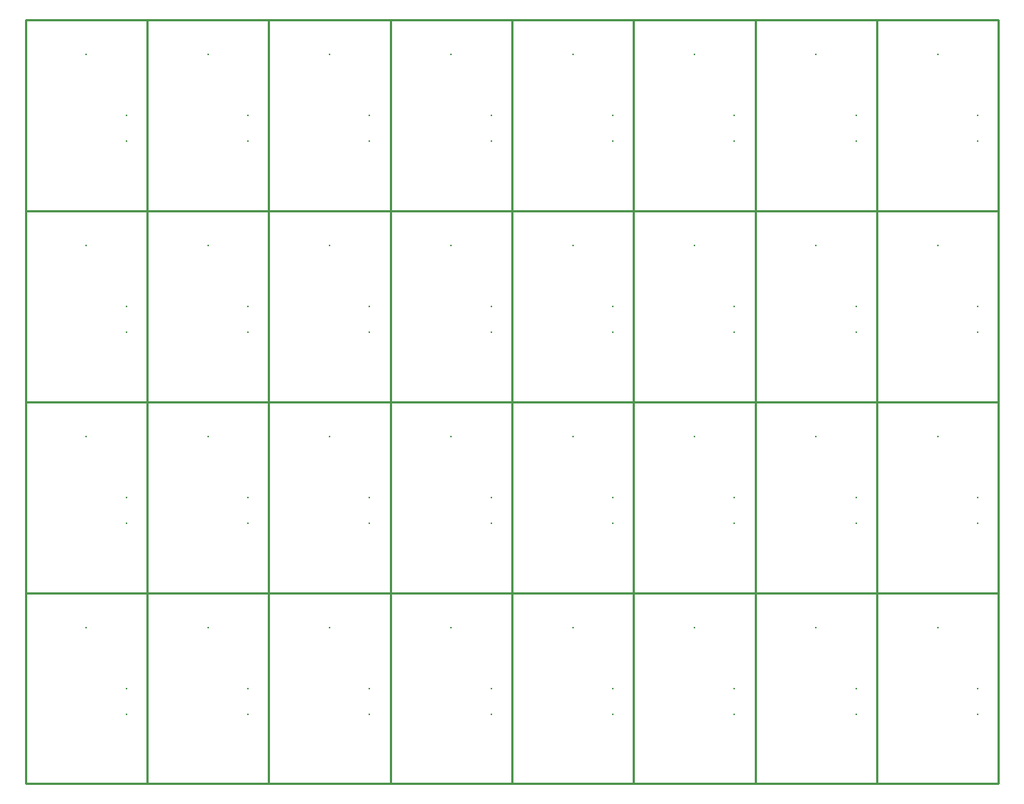
<source format=gbs>
G04*
G04 #@! TF.GenerationSoftware,Altium Limited,Altium Designer,22.2.1 (43)*
G04*
G04 Layer_Color=16711935*
%FSLAX44Y44*%
%MOMM*%
G71*
G04*
G04 #@! TF.SameCoordinates,B7F19F8C-4A71-44AC-9732-6E8CD1541173*
G04*
G04*
G04 #@! TF.FilePolarity,Negative*
G04*
G01*
G75*
%ADD11C,0.2540*%
%ADD45C,0.2032*%
D11*
X-560000Y-220000D02*
X-420000D01*
X-280000D01*
X-140000D01*
X0D01*
X140000D01*
X280000D01*
X420000D01*
X560000D01*
X-560000Y-0D02*
X-420000D01*
X-280000D01*
X-140000D01*
X0D01*
X140000D01*
X280000D01*
X420000D01*
X560000D01*
X-560000Y220000D02*
X-420000D01*
X-280000D01*
X-140000D01*
X0D01*
X140000D01*
X280000D01*
X420000D01*
X560000D01*
X420000Y220000D02*
Y440000D01*
Y0D02*
Y220000D01*
Y-220000D02*
Y0D01*
Y-440000D02*
Y-220000D01*
X280000Y220000D02*
Y440000D01*
Y0D02*
Y220000D01*
Y-220000D02*
Y0D01*
Y-440000D02*
Y-220000D01*
X140000Y220000D02*
Y440000D01*
Y0D02*
Y220000D01*
Y-220000D02*
Y0D01*
Y-440000D02*
Y-220000D01*
X0Y220000D02*
Y440000D01*
Y-0D02*
Y220000D01*
Y-220000D02*
Y-0D01*
Y-440000D02*
Y-220000D01*
X-140000Y220000D02*
Y440000D01*
Y0D02*
Y220000D01*
Y-220000D02*
Y0D01*
Y-440000D02*
Y-220000D01*
X-280000Y220000D02*
Y440000D01*
Y0D02*
Y220000D01*
Y-220000D02*
Y0D01*
Y-440000D02*
Y-220000D01*
X-420000Y220000D02*
Y440000D01*
Y0D02*
Y220000D01*
Y-220000D02*
Y0D01*
Y-440000D02*
Y-220000D01*
X420000Y440000D02*
X560000D01*
Y220000D02*
Y440000D01*
X560000Y0D02*
Y220000D01*
Y-220000D02*
Y0D01*
X420000Y-440000D02*
X560000D01*
Y-220000D01*
X280000Y440000D02*
X420000D01*
X280000Y-440000D02*
X420000D01*
X140000Y440000D02*
X280000D01*
X140000Y-440000D02*
X280000D01*
X0Y440000D02*
X140000D01*
X-0Y-440000D02*
X140000D01*
X-140000Y440000D02*
X0D01*
X-140000Y-440000D02*
X-0D01*
X-280000Y440000D02*
X-140000D01*
X-280000Y-440000D02*
X-140000D01*
X-420000Y440000D02*
X-280000D01*
X-420000Y-440000D02*
X-280000D01*
X-560000D02*
X-420000D01*
X-560000D02*
Y-220000D01*
Y0D01*
Y220000D01*
Y440000D01*
X-420000D01*
D45*
X-444000Y330000D02*
D03*
Y300000D02*
D03*
X-304000D02*
D03*
Y330000D02*
D03*
X-164000D02*
D03*
Y300000D02*
D03*
X-24000D02*
D03*
Y330000D02*
D03*
X256000D02*
D03*
Y300000D02*
D03*
X396000D02*
D03*
Y330000D02*
D03*
X536000D02*
D03*
Y300000D02*
D03*
X-444000Y80000D02*
D03*
Y110000D02*
D03*
X-304000D02*
D03*
Y80000D02*
D03*
X-164000D02*
D03*
Y110000D02*
D03*
X-24000D02*
D03*
Y80000D02*
D03*
X116000D02*
D03*
Y110000D02*
D03*
X256000D02*
D03*
Y80000D02*
D03*
X396000D02*
D03*
Y110000D02*
D03*
X536000D02*
D03*
Y80000D02*
D03*
X-444000Y-140000D02*
D03*
Y-110000D02*
D03*
X-304000D02*
D03*
Y-140000D02*
D03*
X-164000D02*
D03*
Y-110000D02*
D03*
X-24000D02*
D03*
Y-140000D02*
D03*
X116000D02*
D03*
Y-110000D02*
D03*
X256000D02*
D03*
Y-140000D02*
D03*
X396000D02*
D03*
Y-110000D02*
D03*
X536000D02*
D03*
Y-140000D02*
D03*
X-444000Y-360000D02*
D03*
Y-330000D02*
D03*
X-304000D02*
D03*
Y-360000D02*
D03*
X-164000D02*
D03*
Y-330000D02*
D03*
X-24000D02*
D03*
Y-360000D02*
D03*
X116000D02*
D03*
Y-330000D02*
D03*
X256000D02*
D03*
Y-360000D02*
D03*
X396000D02*
D03*
Y-330000D02*
D03*
X536000D02*
D03*
Y-360000D02*
D03*
X116000Y300000D02*
D03*
Y330000D02*
D03*
X70000Y400000D02*
D03*
X-490000Y180000D02*
D03*
X490000Y-260000D02*
D03*
X350000D02*
D03*
X210000D02*
D03*
X70000D02*
D03*
X-70000D02*
D03*
X-210000D02*
D03*
X-350000D02*
D03*
X-490000D02*
D03*
X490000Y400000D02*
D03*
X350000D02*
D03*
X210000D02*
D03*
X-70000D02*
D03*
X-210000D02*
D03*
X-350000D02*
D03*
X-490000D02*
D03*
X490000Y-40000D02*
D03*
X350000D02*
D03*
X210000D02*
D03*
X70000D02*
D03*
X-70000D02*
D03*
X-210000D02*
D03*
X-350000D02*
D03*
X-490000D02*
D03*
X490000Y180000D02*
D03*
X350000D02*
D03*
X210000D02*
D03*
X70000D02*
D03*
X-70000D02*
D03*
X-210000D02*
D03*
X-350000D02*
D03*
M02*

</source>
